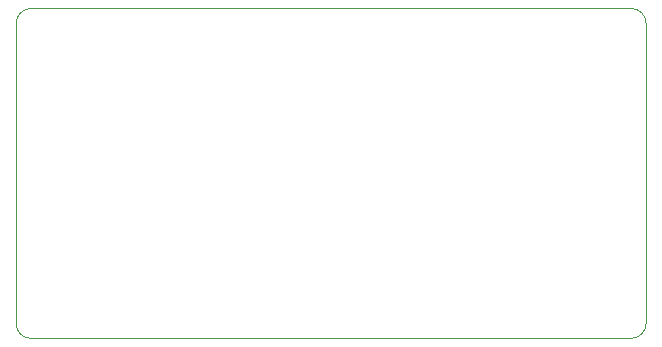
<source format=gm1>
%TF.GenerationSoftware,KiCad,Pcbnew,9.0.7-9.0.7~ubuntu24.04.1*%
%TF.CreationDate,2026-01-04T23:11:15-08:00*%
%TF.ProjectId,BeamBreak-v1,4265616d-4272-4656-916b-2d76312e6b69,1*%
%TF.SameCoordinates,Original*%
%TF.FileFunction,Profile,NP*%
%FSLAX46Y46*%
G04 Gerber Fmt 4.6, Leading zero omitted, Abs format (unit mm)*
G04 Created by KiCad (PCBNEW 9.0.7-9.0.7~ubuntu24.04.1) date 2026-01-04 23:11:15*
%MOMM*%
%LPD*%
G01*
G04 APERTURE LIST*
%TA.AperFunction,Profile*%
%ADD10C,0.050000*%
%TD*%
G04 APERTURE END LIST*
D10*
X214858600Y-123698000D02*
X164058600Y-123698000D01*
X214858600Y-95758000D02*
G75*
G02*
X216128600Y-97028000I0J-1270000D01*
G01*
X162788600Y-97028000D02*
X162788600Y-122428000D01*
X214858600Y-95758000D02*
X164058600Y-95758000D01*
X164058600Y-123698000D02*
G75*
G02*
X162788600Y-122428000I0J1270000D01*
G01*
X216128600Y-122428000D02*
G75*
G02*
X214858600Y-123698000I-1270000J0D01*
G01*
X162788600Y-97028000D02*
G75*
G02*
X164058600Y-95758000I1270000J0D01*
G01*
X216128600Y-97028000D02*
X216128600Y-122428000D01*
M02*

</source>
